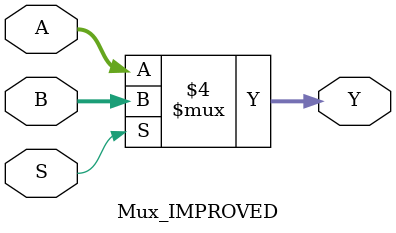
<source format=v>
`timescale 1ns / 1ps

/* *********************************************************************************
*	Module name: Mux_IMPROVED.v
*	Description: HDL project that implements a 2-bit 2x1 MUX using a behavioural 
*					 approach instead of a structural approach (like in previous lab).
*
*	Author				Date						Revision		Comments	
***************************************************************
*	Leonardo Fusser	13 September 2021		v1.0.0		Created Mux_IMPROVED.v file.
*																		Implemented 2-bit 2x1 MUX using
*																		behavioural approach.
*
*************************************************************************************/


/*[2-bit 2x1 MUX module]*/
module Mux_IMPROVED(
    input [1:0] A,		//2-bit input.
    input [1:0] B,		//" ".
    input S,				//1-bit input.
    output reg [1:0] Y	//2-bit output.
    );

/*[2-bit 2x1 MUX implemented using behavioural method]*/
////////////////////////////////////////////////////////
always @(*)

if(S == 0)		//If select bit = 0...
	begin 
		Y = A;	//Output = value stored in A.
	end	

else				//If select bit = 1...
	begin
		Y = B;	//Output = value stored in B.
	end
////////////////////////////////////////////////////////


endmodule

</source>
